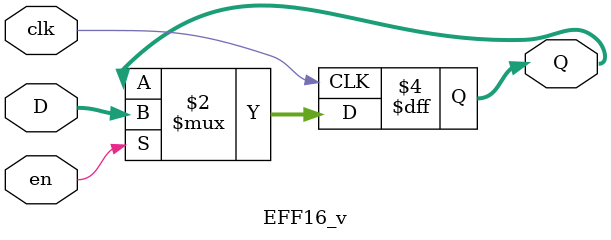
<source format=v>
module EFF16_v (input en,
				    input clk,
				    input [15:0] D,
					 output reg [15:0] Q);
	always@ (posedge clk) begin
		if (en)
			Q <= D;
	end
endmodule
</source>
